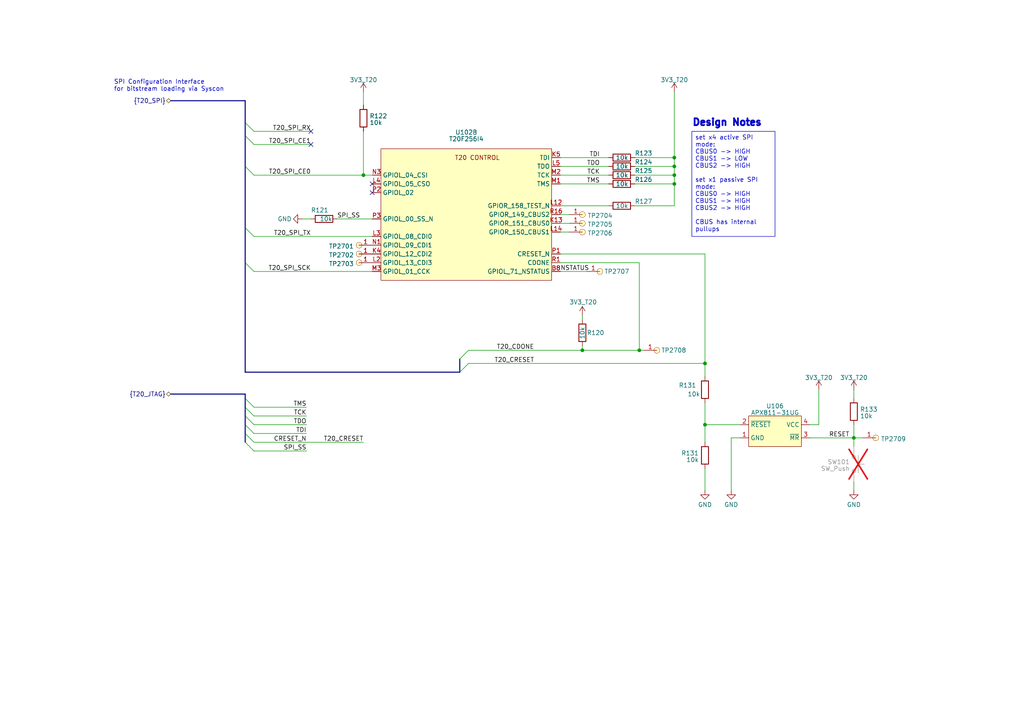
<source format=kicad_sch>
(kicad_sch (version 20230121) (generator eeschema)
  (paper "A4")
  (title_block (title "PS2 Video Processor Control & Debug") (rev "0.3") (comment 5 "-a project by Tschicki"))
  (lib_symbols
    (symbol "PS2:3V3_T20" (power) (pin_names (offset 0))
      (property "Value" "3V3_T20" (at 0 3.556 0))
      (symbol "3V3_T20_0_1"
        (polyline (pts (xy -0.762 1.27) (xy 0 2.54)))
        (polyline (pts (xy 0 0) (xy 0 2.54)))
        (polyline (pts (xy 0 2.54) (xy 0.762 1.27)))
      )
      (symbol "3V3_T20_1_1"
        (pin power_in line (at 0 0 90) (length 0) hide (name "3V3_T20") (number "1"))
      )
    )
    (symbol "PS2:APX811-31UG"
      (property "Reference" "U" (at 10.16 3.81 0))
      (property "Value" "APX811-31UG" (at 0 5.08 0))
      (symbol "APX811-31UG_1_1"
        (rectangle (start 2.54 2.54) (end 17.78 -6.35) (fill (type background)))
        (pin passive line (at 20.32 -3.81 180) (length 2.54) (name "GND") (number "1"))
        (pin output line (at 20.32 0 180) (length 2.54) (name "~{RESET}") (number "2"))
        (pin input line (at 0 -3.81 0) (length 2.54) (name "~{MR}") (number "3"))
        (pin input line (at 0 0 0) (length 2.54) (name "VCC") (number "4"))
      )
    )
    (symbol "PS2:Solder_Point" (pin_names (offset 1.016) hide) (in_bom no)
      (property "Reference" "TP" (at 2.54 0 0))
      (symbol "Solder_Point_0_1"
        (circle (center 0 0) (radius 0.8519) (stroke (width 0.001)) (fill (type background)))
      )
      (symbol "Solder_Point_1_1"
        (pin passive line (at -3.81 0 0) (length 3.81) (name "Pin_1") (number "1"))
      )
    )
    (symbol "PS2:Trion_T20F256I4"
      (property "Reference" "U" (at 3.81 6.35 0))
      (property "Value" "T20F256I4" (at 46.99 -53.34 0))
      (symbol "Trion_T20F256I4_1_0"
        (pin passive line (at 0 -38.1 0) (length 2.54) (name "GND") (number "A1"))
        (pin passive line (at 0 -40.64 0) (length 2.54) (name "GND") (number "A12"))
        (pin passive line (at 0 -43.18 0) (length 2.54) (name "GND") (number "A16"))
        (pin passive line (at 0 -45.72 0) (length 2.54) (name "GND") (number "A5"))
        (pin passive line (at 0 -48.26 0) (length 2.54) (name "GND") (number "D15"))
        (pin passive line (at 0 -50.8 0) (length 2.54) (name "GND") (number "D2"))
        (pin power_in line (at 39.37 -87.63 180) (length 2.54) (name "VCCIO3A_3B_3C") (number "E10"))
        (pin power_in line (at 0 -15.24 0) (length 2.54) (name "VCC") (number "E9"))
        (pin power_in line (at 39.37 -82.55 180) (length 2.54) (name "VCCIO3A_3B_3C") (number "F10"))
        (pin power_in line (at 39.37 -85.09 180) (length 2.54) (name "VCCIO3A_3B_3C") (number "F11"))
        (pin power_in line (at 39.37 -68.58 180) (length 2.54) (name "VCCIO1D_1E") (number "F6"))
        (pin power_in line (at 0 0 0) (length 2.54) (name "VCCA_TL") (number "F7"))
        (pin power_in line (at 0 -17.78 0) (length 2.54) (name "VCC") (number "F8"))
        (pin power_in line (at 0 -20.32 0) (length 2.54) (name "VCC") (number "F9"))
        (pin passive line (at 0 -53.34 0) (length 2.54) (name "GND") (number "G10"))
        (pin power_in line (at 0 -2.54 0) (length 2.54) (name "VCCA_TR") (number "G11"))
        (pin power_in line (at 39.37 -66.04 180) (length 2.54) (name "VCCIO1D_1E") (number "G6"))
        (pin passive line (at 0 -55.88 0) (length 2.54) (name "GND") (number "G7"))
        (pin passive line (at 0 -58.42 0) (length 2.54) (name "GND") (number "G8"))
        (pin passive line (at 0 -60.96 0) (length 2.54) (name "GND") (number "G9"))
        (pin passive line (at 0 -63.5 0) (length 2.54) (name "GND") (number "H10"))
        (pin passive line (at 0 -66.04 0) (length 2.54) (name "GND") (number "H11"))
        (pin power_in line (at 39.37 -49.53 180) (length 2.54) (name "VCCIO1B_1C") (number "H6"))
        (pin power_in line (at 39.37 -52.07 180) (length 2.54) (name "VCCIO1B_1C") (number "H7"))
        (pin passive line (at 0 -68.58 0) (length 2.54) (name "GND") (number "H8"))
        (pin passive line (at 0 -71.12 0) (length 2.54) (name "GND") (number "H9"))
        (pin passive line (at 0 -73.66 0) (length 2.54) (name "GND") (number "J1"))
        (pin power_in line (at 39.37 -101.6 180) (length 2.54) (name "VCCIO3D_3E") (number "J10"))
        (pin power_in line (at 39.37 -104.14 180) (length 2.54) (name "VCCIO3D_3E") (number "J11"))
        (pin passive line (at 0 -76.2 0) (length 2.54) (name "GND") (number "J16"))
        (pin power_in line (at 0 -22.86 0) (length 2.54) (name "VCC") (number "J6"))
        (pin power_in line (at 0 -25.4 0) (length 2.54) (name "VCC") (number "J7"))
        (pin passive line (at 0 -78.74 0) (length 2.54) (name "GND") (number "J8"))
        (pin passive line (at 0 -81.28 0) (length 2.54) (name "GND") (number "J9"))
        (pin passive line (at 0 -83.82 0) (length 2.54) (name "GND") (number "K10"))
        (pin power_in line (at 0 -5.08 0) (length 2.54) (name "VCCA_BR") (number "K11"))
        (pin power_in line (at 39.37 0 180) (length 2.54) (name "VCCIO1A") (number "K6"))
        (pin passive line (at 0 -86.36 0) (length 2.54) (name "GND") (number "K7"))
        (pin passive line (at 0 -88.9 0) (length 2.54) (name "GND") (number "K8"))
        (pin power_in line (at 0 -27.94 0) (length 2.54) (name "VCC") (number "K9"))
        (pin power_in line (at 39.37 -16.51 180) (length 2.54) (name "VCCIO4A") (number "L10"))
        (pin power_in line (at 39.37 -19.05 180) (length 2.54) (name "VCCIO4A") (number "L11"))
        (pin power_in line (at 39.37 -33.02 180) (length 2.54) (name "VCCIO4B") (number "L6"))
        (pin power_in line (at 39.37 -35.56 180) (length 2.54) (name "VCCIO4B") (number "L7"))
        (pin passive line (at 0 -91.44 0) (length 2.54) (name "GND") (number "L8"))
        (pin passive line (at 0 -93.98 0) (length 2.54) (name "GND") (number "L9"))
        (pin passive line (at 0 -96.52 0) (length 2.54) (name "GND") (number "N15"))
        (pin passive line (at 0 -99.06 0) (length 2.54) (name "GND") (number "N2"))
        (pin passive line (at 0 -101.6 0) (length 2.54) (name "GND") (number "R10"))
        (pin passive line (at 0 -104.14 0) (length 2.54) (name "GND") (number "R7"))
        (pin passive line (at 0 -106.68 0) (length 2.54) (name "GND") (number "T1"))
        (pin passive line (at 0 -109.22 0) (length 2.54) (name "GND") (number "T13"))
        (pin passive line (at 0 -111.76 0) (length 2.54) (name "GND") (number "T16"))
        (pin passive line (at 0 -114.3 0) (length 2.54) (name "GND") (number "T4"))
      )
      (symbol "Trion_T20F256I4_1_1"
        (rectangle (start 2.54 2.54) (end 36.83 -116.84) (fill (type background)))
        (text "T20 POWER SUPPLY" (at 20.32 -10.16 0) (effects (font (size 1.27 1.27))))
      )
      (symbol "Trion_T20F256I4_2_0"
        (pin bidirectional line (at 54.61 -33.02 180) (length 2.54) (name "GPIOL_71_NSTATUS") (number "B8"))
        (pin bidirectional line (at 54.61 -19.05 180) (length 2.54) (name "GPIOR_151_CBUS0") (number "K13"))
        (pin bidirectional line (at 0 -27.94 0) (length 2.54) (name "GPIOL_12_CDI2") (number "K4"))
        (pin input line (at 54.61 0 180) (length 2.54) (name "TDI") (number "K5"))
        (pin bidirectional line (at 54.61 -13.97 180) (length 2.54) (name "GPIOR_158_TEST_N") (number "L12"))
        (pin bidirectional line (at 54.61 -21.59 180) (length 2.54) (name "GPIOR_150_CBUS1") (number "L14"))
        (pin bidirectional line (at 0 -30.48 0) (length 2.54) (name "GPIOL_13_CDI3") (number "L2"))
        (pin bidirectional line (at 0 -22.86 0) (length 2.54) (name "GPIOL_08_CDI0") (number "L3"))
        (pin output line (at 0 -7.62 0) (length 2.54) (name "GPIOL_05_CSO") (number "L4"))
        (pin output line (at 54.61 -2.54 180) (length 2.54) (name "TDO") (number "L5"))
        (pin bidirectional line (at 54.61 -7.62 180) (length 2.54) (name "TMS") (number "M1"))
        (pin input line (at 54.61 -5.08 180) (length 2.54) (name "TCK") (number "M2"))
        (pin bidirectional line (at 0 -33.02 0) (length 2.54) (name "GPIOL_01_CCK") (number "M3"))
        (pin bidirectional line (at 0 -25.4 0) (length 2.54) (name "GPIOL_09_CDI1") (number "N1"))
        (pin input line (at 0 -5.08 0) (length 2.54) (name "GPIOL_04_CSI") (number "N3"))
        (pin input line (at 54.61 -27.94 180) (length 2.54) (name "CRESET_N") (number "P1"))
        (pin bidirectional line (at 0 -10.16 0) (length 2.54) (name "GPIOL_02") (number "P2"))
        (pin bidirectional line (at 0 -17.78 0) (length 2.54) (name "GPIOL_00_SS_N") (number "P3"))
        (pin output line (at 54.61 -30.48 180) (length 2.54) (name "CDONE") (number "R1"))
        (pin bidirectional line (at 54.61 -16.51 180) (length 2.54) (name "GPIOR_149_CBUS2") (number "R16"))
      )
      (symbol "Trion_T20F256I4_2_1"
        (rectangle (start 2.54 2.54) (end 52.07 -35.56) (fill (type background)))
        (text "T20 CONTROL" (at 30.48 0 0) (effects (font (size 1.27 1.27))))
      )
      (symbol "Trion_T20F256I4_3_0"
        (pin bidirectional line (at 54.61 -15.24 180) (length 2.54) (name "GPIOL_50") (number "A2"))
        (pin bidirectional line (at 54.61 -33.02 180) (length 2.54) (name "GPIOL_57") (number "A3"))
        (pin bidirectional line (at 54.61 -38.1 180) (length 2.54) (name "GPIOL_59") (number "A4"))
        (pin bidirectional line (at 54.61 -53.34 180) (length 2.54) (name "GPIOL_65") (number "A6"))
        (pin bidirectional line (at 54.61 -45.72 180) (length 2.54) (name "GPIOL_62") (number "A7"))
        (pin bidirectional line (at 54.61 -55.88 180) (length 2.54) (name "GPIOL_66_CDI12") (number "A8"))
        (pin bidirectional line (at 54.61 0 180) (length 2.54) (name "GPIOL_44") (number "B1"))
        (pin bidirectional line (at 54.61 -2.54 180) (length 2.54) (name "GPIOL_45") (number "B2"))
        (pin bidirectional line (at 54.61 -20.32 180) (length 2.54) (name "GPIOL_52") (number "B3"))
        (pin bidirectional line (at 54.61 -22.86 180) (length 2.54) (name "GPIOL_53_CDI10") (number "B4"))
        (pin bidirectional line (at 54.61 -43.18 180) (length 2.54) (name "GPIOL_61") (number "B5"))
        (pin bidirectional line (at 54.61 -50.8 180) (length 2.54) (name "GPIOL_64") (number "B6"))
        (pin bidirectional line (at 54.61 -48.26 180) (length 2.54) (name "GPIOL_63") (number "B7"))
        (pin bidirectional line (at 0 -48.26 0) (length 2.54) (name "GPIOL_33_CTRL5") (number "C1"))
        (pin bidirectional line (at 0 -66.04 0) (length 2.54) (name "GPIOL_41_CDI9") (number "C2"))
        (pin bidirectional line (at 54.61 -10.16 180) (length 2.54) (name "GPIOL_48") (number "C3"))
        (pin bidirectional line (at 54.61 -17.78 180) (length 2.54) (name "GPIOL_51") (number "C4"))
        (pin bidirectional line (at 54.61 -58.42 180) (length 2.54) (name "GPIOL_67_CDI13") (number "C5"))
        (pin bidirectional line (at 54.61 -35.56 180) (length 2.54) (name "GPIOL_58") (number "C6"))
        (pin bidirectional line (at 54.61 -66.04 180) (length 2.54) (name "GPIOL_70_CBSEL0") (number "C7"))
        (pin bidirectional line (at 54.61 -68.58 180) (length 2.54) (name "GPIOL_72_EXTFB0_CDI14") (number "C8"))
        (pin bidirectional line (at 0 -55.88 0) (length 2.54) (name "GPIOL_36") (number "D1"))
        (pin bidirectional line (at 54.61 -5.08 180) (length 2.54) (name "GPIOL_46") (number "D3"))
        (pin bidirectional line (at 54.61 -7.62 180) (length 2.54) (name "GPIOL_47") (number "D4"))
        (pin bidirectional line (at 54.61 -12.7 180) (length 2.54) (name "GPIOL_49") (number "D5"))
        (pin bidirectional line (at 54.61 -25.4 180) (length 2.54) (name "GPIOL_54_CDI11") (number "D6"))
        (pin bidirectional line (at 54.61 -63.5 180) (length 2.54) (name "GPIOL_69_CBSEL1") (number "D7"))
        (pin bidirectional line (at 54.61 -71.12 180) (length 2.54) (name "GPIOL_73_EXTFB1_CDI15") (number "D8"))
        (pin bidirectional line (at 54.61 -73.66 180) (length 2.54) (name "GPIOL_74_PLLIN0") (number "D9"))
        (pin bidirectional line (at 0 -58.42 0) (length 2.54) (name "GPIOL_37") (number "E1"))
        (pin bidirectional line (at 0 -50.8 0) (length 2.54) (name "GPIOL_34_CTRL6") (number "E2"))
        (pin bidirectional line (at 0 -60.96 0) (length 2.54) (name "GPIOL_39") (number "E3"))
        (pin bidirectional line (at 54.61 -27.94 180) (length 2.54) (name "GPIOL_55") (number "E4"))
        (pin bidirectional line (at 54.61 -40.64 180) (length 2.54) (name "GPIOL_60") (number "E5"))
        (pin bidirectional line (at 54.61 -30.48 180) (length 2.54) (name "GPIOL_56") (number "E6"))
        (pin bidirectional line (at 54.61 -60.96 180) (length 2.54) (name "GPIOL_68") (number "E7"))
        (pin bidirectional line (at 54.61 -76.2 180) (length 2.54) (name "GPIOL_75_PLLIN1") (number "E8"))
        (pin bidirectional line (at 0 -40.64 0) (length 2.54) (name "GPIOL_30_CLK6") (number "F1"))
        (pin bidirectional line (at 0 -45.72 0) (length 2.54) (name "GPIOL_32_CTRL4_CDI7") (number "F2"))
        (pin bidirectional line (at 0 -53.34 0) (length 2.54) (name "GPIOL_35_CTRL7") (number "F3"))
        (pin bidirectional line (at 0 -71.12 0) (length 2.54) (name "GPIOL_43") (number "F4"))
        (pin bidirectional line (at 0 -63.5 0) (length 2.54) (name "GPIOL_40_CDI8") (number "F5"))
        (pin bidirectional line (at 0 -43.18 0) (length 2.54) (name "GPIOL_31_CLK7_CDI6") (number "G1"))
        (pin bidirectional line (at 0 -38.1 0) (length 2.54) (name "GPIOL_29_CLK5") (number "G2"))
        (pin bidirectional line (at 0 -33.02 0) (length 2.54) (name "GPIOL_27_CLK3") (number "G3"))
        (pin bidirectional line (at 0 -68.58 0) (length 2.54) (name "GPIOL_42") (number "G4"))
        (pin bidirectional line (at 0 -35.56 0) (length 2.54) (name "GPIOL_28_CLK4") (number "G5"))
        (pin bidirectional line (at 0 -20.32 0) (length 2.54) (name "GPIOL_22_CTRL2") (number "H1"))
        (pin bidirectional line (at 0 -27.94 0) (length 2.54) (name "GPIOL_25_CLK1") (number "H2"))
        (pin bidirectional line (at 0 -25.4 0) (length 2.54) (name "GPIOL_24_CLK0") (number "H3"))
        (pin bidirectional line (at 0 -30.48 0) (length 2.54) (name "GPIOL_26_CLK2") (number "H4"))
        (pin bidirectional line (at 0 -17.78 0) (length 2.54) (name "GPIOL_21_CTRL1_CDI5") (number "H5"))
        (pin bidirectional line (at 0 -15.24 0) (length 2.54) (name "GPIOL_20_CTRL0_CDI4") (number "J2"))
        (pin bidirectional line (at 0 -7.62 0) (length 2.54) (name "GPIOL_16") (number "J3"))
        (pin bidirectional line (at 0 -2.54 0) (length 2.54) (name "GPIOL_14") (number "J4"))
        (pin bidirectional line (at 0 0 0) (length 2.54) (name "GPIOL_11") (number "J5"))
        (pin bidirectional line (at 0 -10.16 0) (length 2.54) (name "GPIOL_18") (number "K1"))
        (pin bidirectional line (at 0 -12.7 0) (length 2.54) (name "GPIOL_19") (number "K2"))
        (pin bidirectional line (at 0 -5.08 0) (length 2.54) (name "GPIOL_15") (number "K3"))
        (pin bidirectional line (at 0 -22.86 0) (length 2.54) (name "GPIOL_23_CTRL3") (number "L1"))
      )
      (symbol "Trion_T20F256I4_3_1"
        (polyline (pts (xy 2.54 2.54) (xy 52.07 2.54)))
        (rectangle (start 2.54 7.62) (end 52.07 -78.74) (fill (type background)))
        (text "BANK 1BC" (at 8.89 5.08 0) (effects (font (size 1.27 1.27))))
        (text "BANK 1DE" (at 44.45 5.08 0) (effects (font (size 1.27 1.27))))
      )
      (symbol "Trion_T20F256I4_4_0"
        (pin bidirectional line (at 0 -7.62 0) (length 2.54) (name "GPIOR_79_EXTFB1_CDI30") (number "A10"))
        (pin bidirectional line (at 0 -20.32 0) (length 2.54) (name "GPIOR_84") (number "A11"))
        (pin bidirectional line (at 0 -60.96 0) (length 2.54) (name "GPIOR_95_CDI26") (number "A13"))
        (pin bidirectional line (at 0 -48.26 0) (length 2.54) (name "GPIOR_90") (number "A14"))
        (pin bidirectional line (at 0 -58.42 0) (length 2.54) (name "GPIOR_94_CDI27") (number "A15"))
        (pin bidirectional line (at 0 -5.08 0) (length 2.54) (name "GPIOR_78_EXTFB0_CDI31") (number "A9"))
        (pin bidirectional line (at 0 -15.24 0) (length 2.54) (name "GPIOR_82") (number "B10"))
        (pin bidirectional line (at 0 -17.78 0) (length 2.54) (name "GPIOR_83") (number "B11"))
        (pin bidirectional line (at 0 -55.88 0) (length 2.54) (name "GPIOR_93") (number "B12"))
        (pin bidirectional line (at 0 -63.5 0) (length 2.54) (name "GPIOR_97") (number "B13"))
        (pin bidirectional line (at 0 -53.34 0) (length 2.54) (name "GPIOR_92") (number "B14"))
        (pin bidirectional line (at 0 -66.04 0) (length 2.54) (name "GPIOR_98") (number "B15"))
        (pin bidirectional line (at 0 -45.72 0) (length 2.54) (name "GPIOR_106") (number "B16"))
        (pin bidirectional line (at 0 -10.16 0) (length 2.54) (name "GPIOR_80") (number "B9"))
        (pin bidirectional line (at 0 -12.7 0) (length 2.54) (name "GPIOR_81_MREFCLK") (number "C10"))
        (pin bidirectional line (at 0 -25.4 0) (length 2.54) (name "GPIOR_86") (number "C11"))
        (pin bidirectional line (at 0 -22.86 0) (length 2.54) (name "GPIOR_85") (number "C12"))
        (pin bidirectional line (at 0 -68.58 0) (length 2.54) (name "GPIOR_99") (number "C13"))
        (pin bidirectional line (at 0 -35.56 0) (length 2.54) (name "GPIOR_102") (number "C14"))
        (pin bidirectional line (at 0 -78.74 0) (length 2.54) (name "GPIOR_112_CDI23") (number "C15"))
        (pin bidirectional line (at 0 -71.12 0) (length 2.54) (name "GPIOR_108") (number "C16"))
        (pin bidirectional line (at 0 0 0) (length 2.54) (name "GPIOR_76_PLLIN0") (number "C9"))
        (pin bidirectional line (at 0 -2.54 0) (length 2.54) (name "GPIOR_77_PLLIN1") (number "D10"))
        (pin bidirectional line (at 0 -27.94 0) (length 2.54) (name "GPIOR_87_CDI29") (number "D11"))
        (pin bidirectional line (at 0 -33.02 0) (length 2.54) (name "GPIOR_89") (number "D12"))
        (pin bidirectional line (at 0 -38.1 0) (length 2.54) (name "GPIOR_103") (number "D13"))
        (pin bidirectional line (at 0 -40.64 0) (length 2.54) (name "GPIOR_104_CDI25") (number "D14"))
        (pin bidirectional line (at 0 -83.82 0) (length 2.54) (name "GPIOR_116_CTRL15") (number "D16"))
        (pin bidirectional line (at 0 -30.48 0) (length 2.54) (name "GPIOR_88_CDI28") (number "E11"))
        (pin bidirectional line (at 0 -50.8 0) (length 2.54) (name "GPIOR_91") (number "E12"))
        (pin bidirectional line (at 0 -43.18 0) (length 2.54) (name "GPIOR_105_CDI24") (number "E13"))
        (pin bidirectional line (at 0 -73.66 0) (length 2.54) (name "GPIOR_110") (number "E14"))
        (pin bidirectional line (at 0 -93.98 0) (length 2.54) (name "GPIOR_120_CLK15") (number "E15"))
        (pin bidirectional line (at 0 -91.44 0) (length 2.54) (name "GPIOR_119_CTRL12") (number "E16"))
        (pin bidirectional line (at 0 -76.2 0) (length 2.54) (name "GPIOR_111") (number "F12"))
        (pin bidirectional line (at 0 -81.28 0) (length 2.54) (name "GPIOR_113_CDI22") (number "F13"))
        (pin bidirectional line (at 0 -88.9 0) (length 2.54) (name "GPIOR_118_CTRL13") (number "F14"))
        (pin bidirectional line (at 0 -99.06 0) (length 2.54) (name "GPIOR_122_CLK13_CDI21") (number "F15"))
        (pin bidirectional line (at 0 -101.6 0) (length 2.54) (name "GPIOR_123_CLK12_CDI20") (number "F16"))
        (pin bidirectional line (at 0 -96.52 0) (length 2.54) (name "GPIOR_121_CLK14") (number "G12"))
        (pin bidirectional line (at 0 -86.36 0) (length 2.54) (name "GPIOR_117_CTRL14") (number "G13"))
        (pin bidirectional line (at 54.61 -7.62 180) (length 2.54) (name "GPIOR_127_CLK8") (number "G14"))
        (pin bidirectional line (at 54.61 0 180) (length 2.54) (name "GPIOR_124_CLK11") (number "G15"))
        (pin bidirectional line (at 54.61 -5.08 180) (length 2.54) (name "GPIOR_126_CLK9") (number "G16"))
        (pin bidirectional line (at 54.61 -33.02 180) (length 2.54) (name "GPIOR_139") (number "H12"))
        (pin bidirectional line (at 54.61 -2.54 180) (length 2.54) (name "GPIOR_125_CLK10") (number "H13"))
        (pin bidirectional line (at 54.61 -10.16 180) (length 2.54) (name "GPIOR_128_CTRL11") (number "H14"))
        (pin bidirectional line (at 54.61 -12.7 180) (length 2.54) (name "GPIOR_129_CTRL10") (number "H15"))
        (pin bidirectional line (at 54.61 -15.24 180) (length 2.54) (name "GPIOR_130_CTRL9") (number "H16"))
        (pin bidirectional line (at 54.61 -35.56 180) (length 2.54) (name "GPIOR_141") (number "J12"))
        (pin bidirectional line (at 54.61 -22.86 180) (length 2.54) (name "GPIOR_133_CDI18") (number "J13"))
        (pin bidirectional line (at 54.61 -25.4 180) (length 2.54) (name "GPIOR_135_CDI17") (number "J14"))
        (pin bidirectional line (at 54.61 -17.78 180) (length 2.54) (name "GPIOR_131_CTRL8") (number "J15"))
        (pin bidirectional line (at 54.61 -50.8 180) (length 2.54) (name "GPIOR_148") (number "K12"))
        (pin bidirectional line (at 54.61 -30.48 180) (length 2.54) (name "GPIOR_138") (number "K14"))
        (pin bidirectional line (at 54.61 -27.94 180) (length 2.54) (name "GPIOR_136_CDI16") (number "K15"))
        (pin bidirectional line (at 54.61 -20.32 180) (length 2.54) (name "GPIOR_132_CDI19") (number "K16"))
        (pin bidirectional line (at 54.61 -63.5 180) (length 2.54) (name "GPIOR_157_PLLIN") (number "L13"))
        (pin bidirectional line (at 54.61 -48.26 180) (length 2.54) (name "GPIOR_147") (number "L15"))
        (pin bidirectional line (at 54.61 -38.1 180) (length 2.54) (name "GPIOR_143") (number "L16"))
        (pin bidirectional line (at 54.61 -60.96 180) (length 2.54) (name "GPIOR_156") (number "M14"))
        (pin bidirectional line (at 54.61 -40.64 180) (length 2.54) (name "GPIOR_144") (number "M15"))
        (pin bidirectional line (at 54.61 -43.18 180) (length 2.54) (name "GPIOR_145") (number "M16"))
        (pin bidirectional line (at 54.61 -53.34 180) (length 2.54) (name "GPIOR_153") (number "N14"))
        (pin bidirectional line (at 54.61 -55.88 180) (length 2.54) (name "GPIOR_154") (number "N16"))
        (pin bidirectional line (at 54.61 -58.42 180) (length 2.54) (name "GPIOR_155") (number "P15"))
        (pin bidirectional line (at 54.61 -45.72 180) (length 2.54) (name "GPIOR_146") (number "P16"))
      )
      (symbol "Trion_T20F256I4_4_1"
        (polyline (pts (xy 52.07 2.54) (xy 2.54 2.54)))
        (rectangle (start 2.54 7.62) (end 52.07 -104.14) (fill (type background)))
        (text "BANK 3DE" (at 45.72 5.08 0) (effects (font (size 1.27 1.27))))
        (text "BANK3ABC" (at 8.89 5.08 0) (effects (font (size 1.27 1.27))))
      )
      (symbol "Trion_T20F256I4_5_0"
        (pin bidirectional line (at 0 -50.8 0) (length 2.54) (name "GPIOB_RXP05") (number "M10"))
        (pin bidirectional line (at 0 -17.78 0) (length 2.54) (name "GPIOB_RXN05") (number "M11"))
        (pin bidirectional line (at 0 -2.54 0) (length 2.54) (name "GPIOB_CLKP0") (number "M12"))
        (pin bidirectional line (at 0 0 0) (length 2.54) (name "GPIOB_CLKN0") (number "M13"))
        (pin bidirectional line (at 54.61 -33.02 180) (length 2.54) (name "GPIOB_TXP00") (number "M4"))
        (pin bidirectional line (at 54.61 0 180) (length 2.54) (name "GPIOB_TXN00") (number "M5"))
        (pin bidirectional line (at 54.61 -45.72 180) (length 2.54) (name "GPIOB_TXP05") (number "M6"))
        (pin bidirectional line (at 54.61 -12.7 180) (length 2.54) (name "GPIOB_TXN05") (number "M7"))
        (pin bidirectional line (at 54.61 -60.96 180) (length 2.54) (name "GPIOB_TXP11") (number "M8"))
        (pin bidirectional line (at 0 -7.62 0) (length 2.54) (name "GPIOB_RXN01") (number "M9"))
        (pin bidirectional line (at 0 -12.7 0) (length 2.54) (name "GPIOB_RXN03") (number "N10"))
        (pin bidirectional line (at 0 -53.34 0) (length 2.54) (name "GPIOB_RXP06") (number "N11"))
        (pin bidirectional line (at 0 -30.48 0) (length 2.54) (name "GPIOB_RXN10") (number "N12"))
        (pin bidirectional line (at 0 -35.56 0) (length 2.54) (name "GPIOB_RXN12_EXTFB0") (number "N13"))
        (pin bidirectional line (at 54.61 -35.56 180) (length 2.54) (name "GPIOB_TXP01") (number "N4"))
        (pin bidirectional line (at 54.61 -43.18 180) (length 2.54) (name "GPIOB_TXP04") (number "N5"))
        (pin bidirectional line (at 54.61 -48.26 180) (length 2.54) (name "GPIOB_TXP06") (number "N6"))
        (pin bidirectional line (at 54.61 -55.88 180) (length 2.54) (name "GPIOB_TXP09") (number "N7"))
        (pin bidirectional line (at 54.61 -27.94 180) (length 2.54) (name "GPIOB_TXN11") (number "N8"))
        (pin bidirectional line (at 0 -40.64 0) (length 2.54) (name "GPIOB_RXP01") (number "N9"))
        (pin bidirectional line (at 0 -45.72 0) (length 2.54) (name "GPIOB_RXP03") (number "P10"))
        (pin bidirectional line (at 0 -20.32 0) (length 2.54) (name "GPIOB_RXN06") (number "P11"))
        (pin bidirectional line (at 0 -63.5 0) (length 2.54) (name "GPIOB_RXP10") (number "P12"))
        (pin bidirectional line (at 0 -25.4 0) (length 2.54) (name "GPIOB_RXN08") (number "P13"))
        (pin bidirectional line (at 0 -68.58 0) (length 2.54) (name "GPIOB_RXP12_EXTFB0") (number "P14"))
        (pin bidirectional line (at 54.61 -2.54 180) (length 2.54) (name "GPIOB_TXN01") (number "P4"))
        (pin bidirectional line (at 54.61 -10.16 180) (length 2.54) (name "GPIOB_TXN04") (number "P5"))
        (pin bidirectional line (at 54.61 -15.24 180) (length 2.54) (name "GPIOB_TXN06") (number "P6"))
        (pin bidirectional line (at 54.61 -22.86 180) (length 2.54) (name "GPIOB_TXN09") (number "P7"))
        (pin bidirectional line (at 54.61 -30.48 180) (length 2.54) (name "GPIOB_TXN12") (number "P8"))
        (pin bidirectional line (at 0 -38.1 0) (length 2.54) (name "GPIOB_RXP00") (number "P9"))
        (pin bidirectional line (at 0 -15.24 0) (length 2.54) (name "GPIOB_RXN04") (number "R11"))
        (pin bidirectional line (at 0 -22.86 0) (length 2.54) (name "GPIOB_RXN07") (number "R12"))
        (pin bidirectional line (at 0 -58.42 0) (length 2.54) (name "GPIOB_RXP08") (number "R13"))
        (pin bidirectional line (at 0 -27.94 0) (length 2.54) (name "GPIOB_RXN09") (number "R14"))
        (pin bidirectional line (at 0 -33.02 0) (length 2.54) (name "GPIOB_RXN11") (number "R15"))
        (pin bidirectional line (at 54.61 -66.04 180) (length 2.54) (name "REF_RES") (number "R2"))
        (pin bidirectional line (at 54.61 -38.1 180) (length 2.54) (name "GPIOB_TXP02") (number "R3"))
        (pin bidirectional line (at 54.61 -5.08 180) (length 2.54) (name "GPIOB_TXN02") (number "R4"))
        (pin bidirectional line (at 54.61 -50.8 180) (length 2.54) (name "GPIOB_TXP07") (number "R5"))
        (pin bidirectional line (at 54.61 -53.34 180) (length 2.54) (name "GPIOB_TXP08") (number "R6"))
        (pin bidirectional line (at 54.61 -63.5 180) (length 2.54) (name "GPIOB_TXP12") (number "R8"))
        (pin bidirectional line (at 0 -5.08 0) (length 2.54) (name "GPIOB_RXN00") (number "R9"))
        (pin bidirectional line (at 0 -10.16 0) (length 2.54) (name "GPIOB_RXN02") (number "T10"))
        (pin bidirectional line (at 0 -48.26 0) (length 2.54) (name "GPIOB_RXP04") (number "T11"))
        (pin bidirectional line (at 0 -55.88 0) (length 2.54) (name "GPIOB_RXP07") (number "T12"))
        (pin bidirectional line (at 0 -60.96 0) (length 2.54) (name "GPIOB_RXP09") (number "T14"))
        (pin bidirectional line (at 0 -66.04 0) (length 2.54) (name "GPIOB_RXP11") (number "T15"))
        (pin bidirectional line (at 54.61 -40.64 180) (length 2.54) (name "GPIOB_TXP03") (number "T2"))
        (pin bidirectional line (at 54.61 -7.62 180) (length 2.54) (name "GPIOB_TXN03") (number "T3"))
        (pin bidirectional line (at 54.61 -17.78 180) (length 2.54) (name "GPIOB_TXN07") (number "T5"))
        (pin bidirectional line (at 54.61 -20.32 180) (length 2.54) (name "GPIOB_TXN08") (number "T6"))
        (pin bidirectional line (at 54.61 -25.4 180) (length 2.54) (name "GPIOB_TXN10") (number "T7"))
        (pin bidirectional line (at 54.61 -58.42 180) (length 2.54) (name "GPIOB_TXP10") (number "T8"))
        (pin bidirectional line (at 0 -43.18 0) (length 2.54) (name "GPIOB_RXP02") (number "T9"))
      )
      (symbol "Trion_T20F256I4_5_1"
        (polyline (pts (xy 52.07 2.54) (xy 2.54 2.54)))
        (rectangle (start 2.54 7.62) (end 52.07 -71.12) (fill (type background)))
        (text "BANK4A" (at 7.62 5.08 0) (effects (font (size 1.27 1.27))))
        (text "BANK4B" (at 46.99 5.08 0) (effects (font (size 1.27 1.27))))
      )
    )
    (symbol "PS2_Resistors:R_10k_0402" (pin_numbers hide) (pin_names (offset 0))
      (property "Reference" "R" (at 2.032 0 90))
      (property "Value" "10k" (at 0 0 90))
      (symbol "R_10k_0402_0_1"
        (rectangle (start -1.016 -2.54) (end 1.016 2.54) (stroke (width 0.254)))
      )
      (symbol "R_10k_0402_1_1"
        (pin passive line (at 0 3.81 270) (length 1.27) (name "~") (number "1"))
        (pin passive line (at 0 -3.81 90) (length 1.27) (name "~") (number "2"))
      )
    )
    (symbol "Switch:SW_Push" (pin_numbers hide) (pin_names (offset 1.016) hide)
      (property "Reference" "SW" (at 1.27 2.54 0))
      (property "Value" "SW_Push" (at 0 -1.524 0))
      (symbol "SW_Push_0_1"
        (circle (center -2.032 0) (radius 0.508))
        (polyline (pts (xy 0 1.27) (xy 0 3.048)))
        (polyline (pts (xy 2.54 1.27) (xy -2.54 1.27)))
        (circle (center 2.032 0) (radius 0.508))
        (pin passive line (at -5.08 0 0) (length 2.54) (name "1") (number "1"))
        (pin passive line (at 5.08 0 180) (length 2.54) (name "2") (number "2"))
      )
    )
    (symbol "power:GND" (power) (pin_names (offset 0))
      (property "Value" "GND" (at 0 -3.81 0))
      (symbol "GND_0_1"
        (polyline (pts (xy 0 0) (xy 0 -1.27) (xy 1.27 -1.27) (xy 0 -2.54) (xy -1.27 -1.27) (xy 0 -1.27)))
      )
      (symbol "GND_1_1"
        (pin power_in line (at 0 0 270) (length 0) hide (name "GND") (number "1"))
      )
    )
  )
  (bus_alias "T20_JTAG" (members "TMS" "TCK" "TDO" "TDI" "CRESET_N" "SPI_SS"))
  (junction (at 195.58 50.8))
  (junction (at 195.58 48.26))
  (junction (at 185.42 101.6))
  (junction (at 204.47 123.19))
  (junction (at 247.65 127))
  (junction (at 105.41 50.8))
  (junction (at 195.58 53.34))
  (junction (at 195.58 45.72))
  (junction (at 204.47 105.41))
  (junction (at 168.91 101.6))
  (no_connect (at 90.17 41.91))
  (no_connect (at 107.95 53.34))
  (no_connect (at 107.95 55.88))
  (no_connect (at 90.17 38.1))
  (bus_entry (at 71.12 66.04) (size 2.54 2.54))
  (bus_entry (at 71.12 76.2) (size 2.54 2.54))
  (bus_entry (at 71.12 48.26) (size 2.54 2.54))
  (bus_entry (at 71.12 120.65) (size 2.54 2.54))
  (bus_entry (at 71.12 39.37) (size 2.54 2.54))
  (bus_entry (at 71.12 128.27) (size 2.54 2.54))
  (bus_entry (at 71.12 125.73) (size 2.54 2.54))
  (bus_entry (at 71.12 115.57) (size 2.54 2.54))
  (bus_entry (at 71.12 35.56) (size 2.54 2.54))
  (bus_entry (at 71.12 118.11) (size 2.54 2.54))
  (bus_entry (at 133.35 107.95) (size 2.54 -2.54))
  (bus_entry (at 71.12 123.19) (size 2.54 2.54))
  (bus_entry (at 133.35 104.14) (size 2.54 -2.54))
  (wire (pts (xy 204.47 116.84) (xy 204.47 123.19)))
  (wire (pts (xy 135.89 101.6) (xy 168.91 101.6)))
  (wire (pts (xy 247.65 139.7) (xy 247.65 142.24)))
  (wire (pts (xy 204.47 109.22) (xy 204.47 105.41)))
  (wire (pts (xy 234.95 127) (xy 247.65 127)))
  (wire (pts (xy 195.58 50.8) (xy 195.58 53.34)))
  (bus (pts (xy 71.12 48.26) (xy 71.12 66.04)))
  (bus (pts (xy 71.12 115.57) (xy 71.12 118.11)))
  (wire (pts (xy 162.56 59.69) (xy 176.53 59.69)))
  (wire (pts (xy 176.53 53.34) (xy 162.56 53.34)))
  (wire (pts (xy 168.91 100.33) (xy 168.91 101.6)))
  (wire (pts (xy 73.66 78.74) (xy 107.95 78.74)))
  (wire (pts (xy 247.65 113.03) (xy 247.65 115.57)))
  (wire (pts (xy 105.41 50.8) (xy 107.95 50.8)))
  (wire (pts (xy 73.66 41.91) (xy 90.17 41.91)))
  (wire (pts (xy 204.47 135.89) (xy 204.47 142.24)))
  (wire (pts (xy 176.53 48.26) (xy 162.56 48.26)))
  (wire (pts (xy 73.66 130.81) (xy 88.9 130.81)))
  (wire (pts (xy 73.66 118.11) (xy 88.9 118.11)))
  (wire (pts (xy 90.17 63.5) (xy 87.63 63.5)))
  (wire (pts (xy 214.63 127) (xy 212.09 127)))
  (wire (pts (xy 204.47 123.19) (xy 214.63 123.19)))
  (wire (pts (xy 168.91 101.6) (xy 185.42 101.6)))
  (wire (pts (xy 195.58 26.67) (xy 195.58 45.72)))
  (wire (pts (xy 162.56 67.31) (xy 165.1 67.31)))
  (wire (pts (xy 105.41 38.1) (xy 105.41 50.8)))
  (bus (pts (xy 71.12 76.2) (xy 71.12 107.95)))
  (wire (pts (xy 184.15 45.72) (xy 195.58 45.72)))
  (wire (pts (xy 168.91 92.71) (xy 168.91 91.44)))
  (wire (pts (xy 195.58 53.34) (xy 195.58 59.69)))
  (bus (pts (xy 71.12 114.3) (xy 71.12 115.57)))
  (wire (pts (xy 184.15 53.34) (xy 195.58 53.34)))
  (bus (pts (xy 71.12 39.37) (xy 71.12 48.26)))
  (wire (pts (xy 184.15 50.8) (xy 195.58 50.8)))
  (wire (pts (xy 73.66 123.19) (xy 88.9 123.19)))
  (bus (pts (xy 133.35 104.14) (xy 133.35 107.95)))
  (wire (pts (xy 204.47 105.41) (xy 204.47 73.66)))
  (bus (pts (xy 49.53 29.21) (xy 71.12 29.21)))
  (wire (pts (xy 162.56 73.66) (xy 204.47 73.66)))
  (wire (pts (xy 162.56 64.77) (xy 165.1 64.77)))
  (wire (pts (xy 73.66 125.73) (xy 88.9 125.73)))
  (wire (pts (xy 73.66 68.58) (xy 107.95 68.58)))
  (wire (pts (xy 195.58 48.26) (xy 195.58 50.8)))
  (bus (pts (xy 71.12 29.21) (xy 71.12 35.56)))
  (wire (pts (xy 176.53 45.72) (xy 162.56 45.72)))
  (wire (pts (xy 176.53 50.8) (xy 162.56 50.8)))
  (wire (pts (xy 195.58 45.72) (xy 195.58 48.26)))
  (wire (pts (xy 73.66 38.1) (xy 90.17 38.1)))
  (bus (pts (xy 71.12 120.65) (xy 71.12 123.19)))
  (bus (pts (xy 71.12 107.95) (xy 133.35 107.95)))
  (bus (pts (xy 71.12 66.04) (xy 71.12 76.2)))
  (wire (pts (xy 73.66 120.65) (xy 88.9 120.65)))
  (wire (pts (xy 184.15 48.26) (xy 195.58 48.26)))
  (wire (pts (xy 184.15 59.69) (xy 195.58 59.69)))
  (wire (pts (xy 162.56 76.2) (xy 185.42 76.2)))
  (wire (pts (xy 73.66 50.8) (xy 105.41 50.8)))
  (wire (pts (xy 247.65 123.19) (xy 247.65 127)))
  (wire (pts (xy 212.09 127) (xy 212.09 142.24)))
  (wire (pts (xy 237.49 113.03) (xy 237.49 123.19)))
  (wire (pts (xy 247.65 127) (xy 250.19 127)))
  (bus (pts (xy 71.12 35.56) (xy 71.12 39.37)))
  (bus (pts (xy 71.12 125.73) (xy 71.12 128.27)))
  (wire (pts (xy 73.66 128.27) (xy 105.41 128.27)))
  (wire (pts (xy 162.56 62.23) (xy 165.1 62.23)))
  (wire (pts (xy 185.42 101.6) (xy 186.69 101.6)))
  (wire (pts (xy 135.89 105.41) (xy 204.47 105.41)))
  (wire (pts (xy 185.42 76.2) (xy 185.42 101.6)))
  (wire (pts (xy 247.65 127) (xy 247.65 129.54)))
  (wire (pts (xy 204.47 123.19) (xy 204.47 128.27)))
  (wire (pts (xy 97.79 63.5) (xy 107.95 63.5)))
  (wire (pts (xy 162.56 78.74) (xy 170.18 78.74)))
  (bus (pts (xy 49.53 114.3) (xy 71.12 114.3)))
  (bus (pts (xy 71.12 118.11) (xy 71.12 120.65)))
  (wire (pts (xy 237.49 123.19) (xy 234.95 123.19)))
  (bus (pts (xy 71.12 123.19) (xy 71.12 125.73)))
  (wire (pts (xy 105.41 30.48) (xy 105.41 26.67)))
  (text_box "set x4 active SPI mode:\nCBUS0 -> HIGH\nCBUS1 -> LOW\nCBUS2 -> HIGH\n\nset x1 passive SPI mode:\nCBUS0 -> HIGH\nCBUS1 -> HIGH\nCBUS2 -> HIGH\n\nCBUS has internal pullups" (at 200.66 38.1 0) (size 24.13 30.48) (effects (font (size 1.27 1.27)) (justify left top)))
  (text "Design Notes" (at 200.66 36.83 0) (effects (font (size 2 2) (thickness 1) bold) (justify left bottom)))
  (text "SPI Configuration Interface \nfor bitstream loading via Syscon" (at 33.02 26.67 0) (effects (font (size 1.27 1.27)) (justify left bottom)))
  (label "T20_SPI_SCK" (at 90.17 78.74 180))
  (label "T20_SPI_TX" (at 90.17 68.58 180))
  (label "TMS" (at 173.99 53.34 180))
  (label "T20_SPI_RX" (at 90.17 38.1 180))
  (label "TCK" (at 88.9 120.65 180))
  (label "T20_SPI_CE0" (at 90.17 50.8 180))
  (label "T20_CDONE" (at 154.94 101.6 180))
  (label "T20_CRESET" (at 154.94 105.41 180))
  (label "RESET" (at 246.38 127 180))
  (label "CRESET_N" (at 88.9 128.27 180))
  (label "TCK" (at 173.99 50.8 180))
  (label "T20_CRESET" (at 105.41 128.27 180))
  (label "TMS" (at 88.9 118.11 180))
  (label "SPI_SS" (at 97.79 63.5 0))
  (label "TDI" (at 173.99 45.72 180))
  (label "TDO" (at 88.9 123.19 180))
  (label "SPI_SS" (at 88.9 130.81 180))
  (label "NSTATUS" (at 162.56 78.74 0))
  (label "T20_SPI_CE1" (at 90.17 41.91 180))
  (label "TDI" (at 88.9 125.73 180))
  (label "TDO" (at 173.99 48.26 180))
  (hierarchical_label "{T20_SPI}" (shape bidirectional) (at 49.53 29.21 180))
  (hierarchical_label "{T20_JTAG}" (shape bidirectional) (at 49.53 114.3 180))
  (symbol (lib_id "PS2:Solder_Point") (at 104.14 71.12 0) (mirror y) (unit 1) (in_bom no)
    (property "Reference" "TP2701" (at 102.6526 71.4368 0) (effects (justify left)))
    (property "Value" "Solder_Point" (effects hide))
    (property "Footprint" "PS2:Solder_Point_127" (effects hide))
  )
  (symbol (lib_id "PS2:Solder_Point") (at 168.91 64.77 0) (unit 1) (in_bom no)
    (property "Reference" "TP2705" (at 170.3974 65.0868 0) (effects (justify left)))
    (property "Value" "Solder_Point" (effects hide))
    (property "Footprint" "PS2:Solder_Point_127" (effects hide))
  )
  (symbol (lib_id "PS2:Solder_Point") (at 168.91 67.31 0) (unit 1) (in_bom no)
    (property "Reference" "TP2706" (at 170.3974 67.6268 0) (effects (justify left)))
    (property "Value" "Solder_Point" (effects hide))
    (property "Footprint" "PS2:Solder_Point_127" (effects hide))
  )
  (symbol (lib_id "PS2:3V3_T20") (at 195.58 26.67 0) (unit 1)
    (property "Reference" "#PWR02704" (effects hide))
    (property "Value" "3V3_T20" (at 195.58 23.1681 0))
  )
  (symbol (lib_id "PS2:3V3_T20") (at 237.49 113.03 0) (unit 1)
    (property "Reference" "#PWR02707" (effects hide))
    (property "Value" "3V3_T20" (at 237.49 109.5281 0))
  )
  (symbol (lib_id "PS2_Resistors:R_10k_0402") (at 93.98 63.5 270) (mirror x) (unit 1)
    (property "Reference" "R121" (at 90.17 60.96 90) (effects (justify left)))
    (property "Value" "10k" (at 92.71 63.5 90) (effects (justify left)))
    (property "Footprint" "PS2:R_0402_1005Metric" (effects hide))
    (property "Part Number" "RC0402JR-0710KL" (effects hide))
    (instances (project "Trion_T20_Devboard_02" (path "" (reference "R121") (unit 1)) (path "" (reference "R108") (unit 1))) (project "PS2_79004_Rev_0_4" (path "" (reference "R2701") (unit 1))))
  )
  (symbol (lib_id "PS2_Resistors:R_10k_0402") (at 204.47 132.08 0) (mirror y) (unit 1)
    (property "Reference" "R131" (at 202.692 131.4363 0) (effects (justify left)))
    (property "Value" "10k" (at 202.692 133.3573 0) (effects (justify left)))
    (property "Footprint" "PS2:R_0402_1005Metric" (effects hide))
    (property "Part Number" "RC0402JR-0710KL" (effects hide))
    (instances (project "Trion_T20_Devboard_02" (path "" (reference "R131") (unit 1)) (path "" (reference "R106") (unit 1))) (project "PS2_79004_Rev_0_4" (path "" (reference "R2710") (unit 1))))
  )
  (symbol (lib_id "PS2:Solder_Point") (at 190.5 101.6 0) (mirror x) (unit 1) (in_bom no)
    (property "Reference" "TP2708" (at 191.77 101.6 0) (effects (justify left)))
    (property "Value" "Solder_Point" (effects hide))
    (property "Footprint" "PS2:Solder_Point_127" (effects hide))
  )
  (symbol (lib_id "PS2:Solder_Point") (at 168.91 62.23 0) (unit 1) (in_bom no)
    (property "Reference" "TP2704" (at 170.3974 62.5468 0) (effects (justify left)))
    (property "Value" "Solder_Point" (effects hide))
    (property "Footprint" "PS2:Solder_Point_127" (effects hide))
  )
  (symbol (lib_id "PS2:Trion_T20F256I4") (at 107.95 45.72 0) (unit 2)
    (property "Reference" "U102" (at 135.255 38.3761 0))
    (property "Value" "T20F256I4" (at 135.255 40.2971 0))
    (property "Footprint" "PS2:BGA-256_14.0x14.0mm_Layout16x16_P0.8mm_Ball0.45mm_Pad0.32mm_NSMD" (effects hide))
    (property "Datasheet" "https://www.efinixinc.com/docs/trion20-ds-v5.6.pdf" (effects hide))
    (property "Part Number" "T20F256C4" (effects hide))
    (instances (project "Trion_T20_Devboard_02" (path "" (reference "U102") (unit 2)) (path "" (reference "U101") (unit 2))) (project "PS2_79004_Rev_0_4" (path "" (reference "U2601") (unit 2))))
  )
  (symbol (lib_id "Switch:SW_Push") (at 247.65 134.62 270) (unit 1) (on_board no) (dnp yes)
    (property "Reference" "SW101" (at 246.507 133.9763 90) (effects (justify right)))
    (property "Value" "SW_Push" (at 246.507 135.8973 90) (effects (justify right)))
    (property "Footprint" "PS2:SW_SPST_TL3342" (effects hide))
    (property "Part Number" "TL3342F160QG/TR" (effects hide))
    (instances (project "Alchitry_Base_Top_Bot" (path "" (reference "SW101") (unit 1))) (project "Trion_T20_Devboard_02" (path "" (reference "SW104") (unit 1)) (path "" (reference "SW102") (unit 1))) (project "PS2_79004_Rev_0_4" (path "" (reference "SW2701") (unit 1))))
  )
  (symbol (lib_id "PS2_Resistors:R_10k_0402") (at 204.47 113.03 0) (mirror x) (unit 1)
    (property "Reference" "R131" (at 196.85 111.76 0) (effects (justify left)))
    (property "Value" "10k" (at 199.39 114.3 0) (effects (justify left)))
    (property "Footprint" "PS2:R_0402_1005Metric" (effects hide))
    (property "Part Number" "RC0402JR-0710KL" (effects hide))
    (instances (project "Trion_T20_Devboard_02" (path "" (reference "R131") (unit 1)) (path "" (reference "R106") (unit 1))) (project "PS2_79004_Rev_0_4" (path "" (reference "R2709") (unit 1))))
  )
  (symbol (lib_id "PS2_Resistors:R_10k_0402") (at 180.34 48.26 90) (unit 1)
    (property "Reference" "R124" (at 189.23 46.99 90) (effects (justify left)))
    (property "Value" "10k" (at 182.245 48.26 90) (effects (justify left)))
    (property "Footprint" "PS2:R_0402_1005Metric" (effects hide))
    (property "Part Number" "RC0402JR-0710KL" (effects hide))
    (instances (project "Trion_T20_Devboard_02" (path "" (reference "R124") (unit 1)) (path "" (reference "R403") (unit 1))) (project "PS2_79004_Rev_0_4" (path "" (reference "R2705") (unit 1))))
  )
  (symbol (lib_id "PS2_Resistors:R_10k_0402") (at 168.91 96.52 0) (unit 1)
    (property "Reference" "R120" (at 170.18 96.52 0) (effects (justify left)))
    (property "Value" "10k" (at 168.91 98.425 90) (effects (justify left)))
    (property "Footprint" "PS2:R_0402_1005Metric" (effects hide))
    (property "Part Number" "RC0402JR-0710KL" (effects hide))
    (instances (project "Trion_T20_Devboard_02" (path "" (reference "R120") (unit 1)) (path "" (reference "R103") (unit 1))) (project "PS2_79004_Rev_0_4" (path "" (reference "R2703") (unit 1))))
  )
  (symbol (lib_id "PS2:Solder_Point") (at 173.99 78.74 0) (unit 1) (in_bom no)
    (property "Reference" "TP2707" (at 175.26 78.74 0) (effects (justify left)))
    (property "Value" "Solder_Point" (effects hide))
    (property "Footprint" "PS2:Solder_Point_127" (effects hide))
  )
  (symbol (lib_id "PS2_Resistors:R_10k_0402") (at 180.34 50.8 90) (unit 1)
    (property "Reference" "R125" (at 189.23 49.53 90) (effects (justify left)))
    (property "Value" "10k" (at 182.245 50.8 90) (effects (justify left)))
    (property "Footprint" "PS2:R_0402_1005Metric" (effects hide))
    (property "Part Number" "RC0402JR-0710KL" (effects hide))
    (instances (project "Trion_T20_Devboard_02" (path "" (reference "R125") (unit 1)) (path "" (reference "R404") (unit 1))) (project "PS2_79004_Rev_0_4" (path "" (reference "R2706") (unit 1))))
  )
  (symbol (lib_id "PS2:Solder_Point") (at 104.14 73.66 0) (mirror y) (unit 1) (in_bom no)
    (property "Reference" "TP2702" (at 102.6526 73.9768 0) (effects (justify left)))
    (property "Value" "Solder_Point" (effects hide))
    (property "Footprint" "PS2:Solder_Point_127" (effects hide))
  )
  (symbol (lib_id "power:GND") (at 87.63 63.5 270) (unit 1)
    (property "Reference" "#PWR0163" (effects hide))
    (property "Value" "GND" (at 82.55 63.5 90))
    (instances (project "Trion_T20_Devboard_02" (path "" (reference "#PWR0163") (unit 1)) (path "" (reference "#PWR0415") (unit 1))) (project "PS2_79004_Rev_0_4" (path "" (reference "#PWR02701") (unit 1))))
  )
  (symbol (lib_id "power:GND") (at 247.65 142.24 0) (unit 1)
    (property "Reference" "#PWR0163" (effects hide))
    (property "Value" "GND" (at 247.65 146.3755 0))
    (instances (project "Trion_T20_Devboard_02" (path "" (reference "#PWR0163") (unit 1)) (path "" (reference "#PWR0415") (unit 1))) (project "PS2_79004_Rev_0_4" (path "" (reference "#PWR02709") (unit 1))))
  )
  (symbol (lib_id "PS2_Resistors:R_10k_0402") (at 180.34 45.72 90) (unit 1)
    (property "Reference" "R123" (at 189.23 44.45 90) (effects (justify left)))
    (property "Value" "10k" (at 182.245 45.72 90) (effects (justify left)))
    (property "Footprint" "PS2:R_0402_1005Metric" (effects hide))
    (property "Part Number" "RC0402JR-0710KL" (effects hide))
    (instances (project "Trion_T20_Devboard_02" (path "" (reference "R123") (unit 1)) (path "" (reference "R402") (unit 1))) (project "PS2_79004_Rev_0_4" (path "" (reference "R2704") (unit 1))))
  )
  (symbol (lib_id "PS2:APX811-31UG") (at 234.95 123.19 0) (mirror y) (unit 1)
    (property "Reference" "U106" (at 224.79 117.7671 0))
    (property "Value" "APX811-31UG" (at 224.79 119.6881 0))
    (property "Footprint" "PS2:SOT-143" (effects hide))
    (property "Datasheet" "https://www.diodes.com/assets/Datasheets/APX811_812.pdf" (effects hide))
    (property "Part Number" "APX811-31UG-7" (effects hide))
    (instances (project "Trion_T20_Devboard_02" (path "" (reference "U106") (unit 1)) (path "" (reference "U104") (unit 1))) (project "PS2_79004_Rev_0_4" (path "" (reference "U2701") (unit 1))))
  )
  (symbol (lib_id "PS2_Resistors:R_10k_0402") (at 105.41 34.29 0) (unit 1)
    (property "Reference" "R122" (at 107.188 33.6463 0) (effects (justify left)))
    (property "Value" "10k" (at 107.188 35.5673 0) (effects (justify left)))
    (property "Footprint" "PS2:R_0402_1005Metric" (effects hide))
    (property "Part Number" "RC0402JR-0710KL" (effects hide))
    (instances (project "Trion_T20_Devboard_02" (path "" (reference "R122") (unit 1)) (path "" (reference "R107") (unit 1))) (project "PS2_79004_Rev_0_4" (path "" (reference "R2702") (unit 1))))
  )
  (symbol (lib_id "PS2_Resistors:R_10k_0402") (at 180.34 59.69 90) (unit 1)
    (property "Reference" "R127" (at 189.23 58.42 90) (effects (justify left)))
    (property "Value" "10k" (at 182.245 59.69 90) (effects (justify left)))
    (property "Footprint" "PS2:R_0402_1005Metric" (effects hide))
    (property "Part Number" "RC0402JR-0710KL" (effects hide))
    (instances (project "Trion_T20_Devboard_02" (path "" (reference "R127") (unit 1)) (path "" (reference "R406") (unit 1))) (project "PS2_79004_Rev_0_4" (path "" (reference "R2708") (unit 1))))
  )
  (symbol (lib_id "PS2_Resistors:R_10k_0402") (at 247.65 119.38 0) (unit 1)
    (property "Reference" "R133" (at 249.428 118.7363 0) (effects (justify left)))
    (property "Value" "10k" (at 249.428 120.6573 0) (effects (justify left)))
    (property "Footprint" "PS2:R_0402_1005Metric" (effects hide))
    (property "Part Number" "RC0402JR-0710KL" (effects hide))
    (instances (project "Trion_T20_Devboard_02" (path "" (reference "R133") (unit 1)) (path "" (reference "R401") (unit 1))) (project "PS2_79004_Rev_0_4" (path "" (reference "R2711") (unit 1))))
  )
  (symbol (lib_id "PS2:3V3_T20") (at 247.65 113.03 0) (unit 1)
    (property "Reference" "#PWR02708" (effects hide))
    (property "Value" "3V3_T20" (at 247.65 109.5281 0))
  )
  (symbol (lib_id "PS2:3V3_T20") (at 105.41 26.67 0) (unit 1)
    (property "Reference" "#PWR02702" (effects hide))
    (property "Value" "3V3_T20" (at 105.41 23.1681 0))
  )
  (symbol (lib_id "PS2_Resistors:R_10k_0402") (at 180.34 53.34 90) (unit 1)
    (property "Reference" "R126" (at 189.23 52.07 90) (effects (justify left)))
    (property "Value" "10k" (at 182.245 53.34 90) (effects (justify left)))
    (property "Footprint" "PS2:R_0402_1005Metric" (effects hide))
    (property "Part Number" "RC0402JR-0710KL" (effects hide))
    (instances (project "Trion_T20_Devboard_02" (path "" (reference "R126") (unit 1)) (path "" (reference "R405") (unit 1))) (project "PS2_79004_Rev_0_4" (path "" (reference "R2707") (unit 1))))
  )
  (symbol (lib_id "PS2:3V3_T20") (at 168.91 91.44 0) (unit 1)
    (property "Reference" "#PWR02703" (effects hide))
    (property "Value" "3V3_T20" (at 165.1 87.63 0) (effects (justify left)))
  )
  (symbol (lib_id "power:GND") (at 204.47 142.24 0) (unit 1)
    (property "Reference" "#PWR0163" (effects hide))
    (property "Value" "GND" (at 204.47 146.3755 0))
    (instances (project "Trion_T20_Devboard_02" (path "" (reference "#PWR0163") (unit 1)) (path "" (reference "#PWR0415") (unit 1))) (project "PS2_79004_Rev_0_4" (path "" (reference "#PWR02705") (unit 1))))
  )
  (symbol (lib_id "PS2:Solder_Point") (at 104.14 76.2 0) (mirror y) (unit 1) (in_bom no)
    (property "Reference" "TP2703" (at 102.6526 76.5168 0) (effects (justify left)))
    (property "Value" "Solder_Point" (effects hide))
    (property "Footprint" "PS2:Solder_Point_127" (effects hide))
  )
  (symbol (lib_id "power:GND") (at 212.09 142.24 0) (unit 1)
    (property "Reference" "#PWR0163" (effects hide))
    (property "Value" "GND" (at 212.09 146.3755 0))
    (instances (project "Trion_T20_Devboard_02" (path "" (reference "#PWR0163") (unit 1)) (path "" (reference "#PWR0415") (unit 1))) (project "PS2_79004_Rev_0_4" (path "" (reference "#PWR02706") (unit 1))))
  )
  (symbol (lib_id "PS2:Solder_Point") (at 254 127 0) (unit 1) (in_bom no)
    (property "Reference" "TP2709" (at 255.4874 127.3168 0) (effects (justify left)))
    (property "Value" "Solder_Point" (effects hide))
    (property "Footprint" "PS2:Solder_Point_127" (effects hide))
  )
)
</source>
